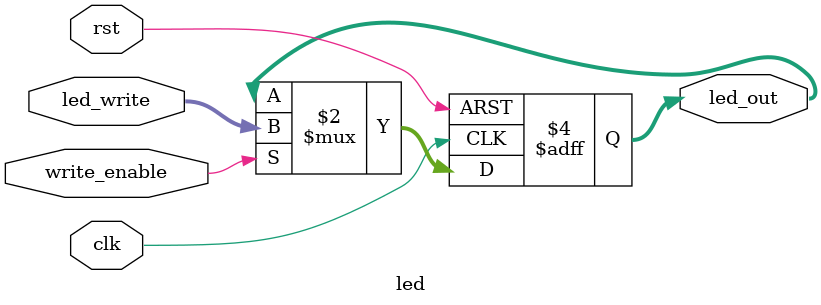
<source format=sv>
module led(
    input clk,
    input rst,
    input [7:0] led_write,
    input write_enable,
    output logic [7:0] led_out
);
    always_ff @(posedge clk or posedge rst) begin
        if (rst) begin
            led_out <= '0;
        end else if (write_enable) begin
            led_out <= led_write; 
        end 
    end

endmodule
</source>
